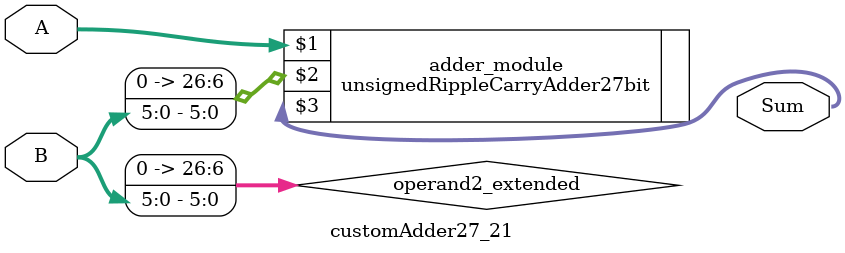
<source format=v>

module customAdder27_21(
                    input [26 : 0] A,
                    input [5 : 0] B,
                    
                    output [27 : 0] Sum
            );

    wire [26 : 0] operand2_extended;
    
    assign operand2_extended =  {21'b0, B};
    
    unsignedRippleCarryAdder27bit adder_module(
        A,
        operand2_extended,
        Sum
    );
    
endmodule
        
</source>
